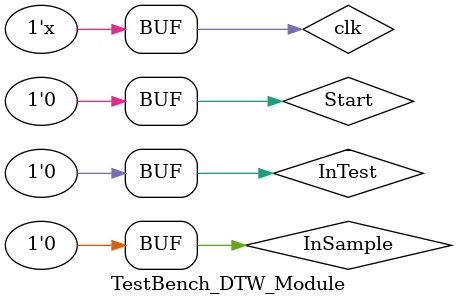
<source format=v>
`timescale 1ns / 1ps


module TestBench_DTW_Module;

	// Inputs
	reg InSample;
	reg InTest;
	reg clk;
   reg Start;
	
	// Outputs
	wire valid;
	wire [5:0] Out_Euclidean_Distatnce;

	// Instantiate the Unit Under Test (UUT)
	DTWmadule uut (
		.InSample(InSample), 
		.InTest(InTest), 
		.Start(Start),
		.clk(clk), 
		.valid(valid), 
		.Out_Euclidean_Distatnce(Out_Euclidean_Distatnce)
	);

	initial begin
		// Initialize Inputs
		InSample = 0;
		InTest = 0;
		Start=0;
		clk = 0;

		// Wait 100 ns for global reset to finish
		#100;
        
		// Add stimulus here
		
		
		
      Start=1;
		#40;
		Start=0;
		
		
	end
      
		always #20 clk <= ~clk;  // 25MHz 
endmodule


</source>
